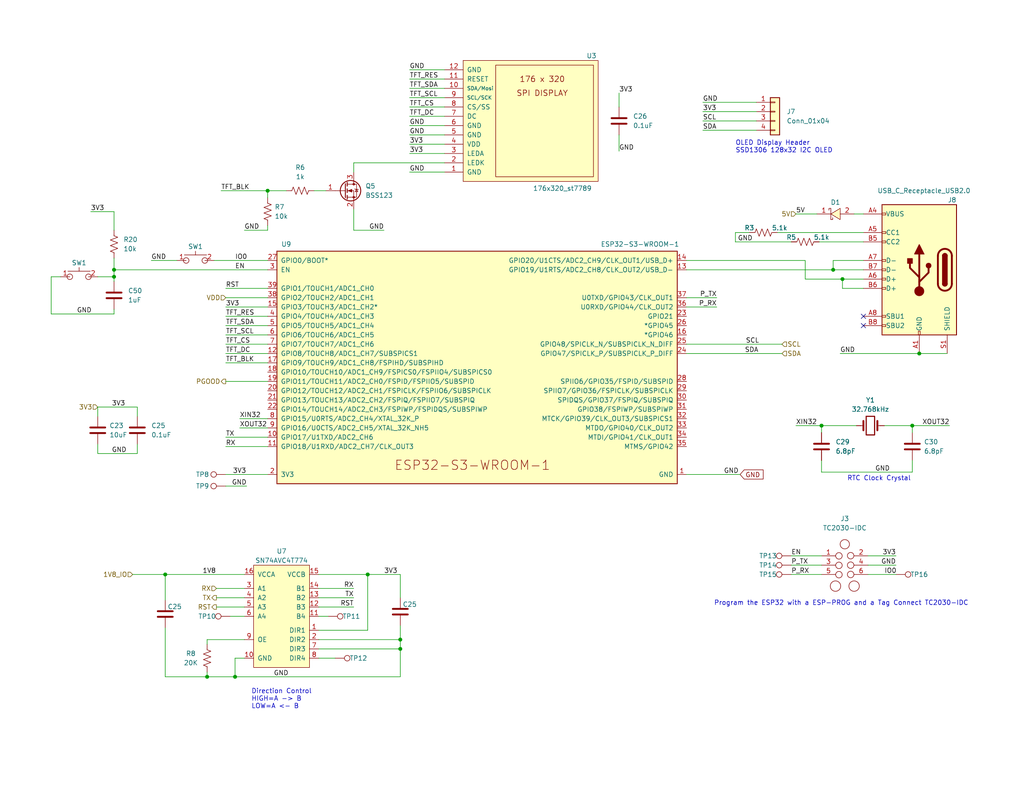
<source format=kicad_sch>
(kicad_sch (version 20230121) (generator eeschema)
  (paper "A")
  (title_block (title "bitaxeUltraHex") (date "2023-06-11") (rev "1"))
  (lib_symbols
    (symbol "Connector:TestPoint" (pin_numbers hide) (pin_names (offset 0.762) hide)
      (property "Reference" "TP" (at 0 6.858 0))
      (property "Value" "TestPoint" (at 0 5.08 0))
      (symbol "TestPoint_0_1"
        (circle (center 0 3.302) (radius 0.762))
      )
      (symbol "TestPoint_1_1"
        (pin passive line (at 0 0 90) (length 2.54) (name "1") (number "1"))
      )
    )
    (symbol "Connector:USB_C_Receptacle_USB2.0" (pin_names (offset 1.016))
      (property "Reference" "J" (at -10.16 19.05 0))
      (property "Value" "USB_C_Receptacle_USB2.0" (at 19.05 19.05 0))
      (symbol "USB_C_Receptacle_USB2.0_0_0"
        (rectangle (start -0.254 -17.78) (end 0.254 -16.764))
        (rectangle (start 10.16 -14.986) (end 9.144 -15.494))
        (rectangle (start 10.16 -12.446) (end 9.144 -12.954))
        (rectangle (start 10.16 -4.826) (end 9.144 -5.334))
        (rectangle (start 10.16 -2.286) (end 9.144 -2.794))
        (rectangle (start 10.16 0.254) (end 9.144 -0.254))
        (rectangle (start 10.16 2.794) (end 9.144 2.286))
        (rectangle (start 10.16 7.874) (end 9.144 7.366))
        (rectangle (start 10.16 10.414) (end 9.144 9.906))
        (rectangle (start 10.16 15.494) (end 9.144 14.986))
      )
      (symbol "USB_C_Receptacle_USB2.0_0_1"
        (rectangle (start -10.16 17.78) (end 10.16 -17.78) (stroke (width 0.254)) (fill (type background)))
        (arc (start -8.89 -3.81) (mid -6.985 -5.7067) (end -5.08 -3.81) (stroke (width 0.508)))
        (arc (start -7.62 -3.81) (mid -6.985 -4.4423) (end -6.35 -3.81) (stroke (width 0.254)))
        (arc (start -7.62 -3.81) (mid -6.985 -4.4423) (end -6.35 -3.81) (stroke (width 0.254)) (fill (type outline)))
        (rectangle (start -7.62 -3.81) (end -6.35 3.81) (stroke (width 0.254)) (fill (type outline)))
        (arc (start -6.35 3.81) (mid -6.985 4.4423) (end -7.62 3.81) (stroke (width 0.254)))
        (arc (start -6.35 3.81) (mid -6.985 4.4423) (end -7.62 3.81) (stroke (width 0.254)) (fill (type outline)))
        (arc (start -5.08 3.81) (mid -6.985 5.7067) (end -8.89 3.81) (stroke (width 0.508)))
        (circle (center -2.54 1.143) (radius 0.635) (stroke (width 0.254)) (fill (type outline)))
        (circle (center 0 -5.842) (radius 1.27) (fill (type outline)))
        (polyline (pts (xy -8.89 -3.81) (xy -8.89 3.81)) (stroke (width 0.508)))
        (polyline (pts (xy -5.08 3.81) (xy -5.08 -3.81)) (stroke (width 0.508)))
        (polyline (pts (xy 0 -5.842) (xy 0 4.318)) (stroke (width 0.508)))
        (polyline (pts (xy 0 -3.302) (xy -2.54 -0.762) (xy -2.54 0.508)) (stroke (width 0.508)))
        (polyline (pts (xy 0 -2.032) (xy 2.54 0.508) (xy 2.54 1.778)) (stroke (width 0.508)))
        (polyline (pts (xy -1.27 4.318) (xy 0 6.858) (xy 1.27 4.318) (xy -1.27 4.318)) (stroke (width 0.254)) (fill (type outline)))
        (rectangle (start 1.905 1.778) (end 3.175 3.048) (stroke (width 0.254)) (fill (type outline)))
      )
      (symbol "USB_C_Receptacle_USB2.0_1_1"
        (pin passive line (at 0 -22.86 90) (length 5.08) (name "GND") (number "A1"))
        (pin passive line (at 0 -22.86 90) (length 5.08) hide (name "GND") (number "A12"))
        (pin passive line (at 15.24 15.24 180) (length 5.08) (name "VBUS") (number "A4"))
        (pin bidirectional line (at 15.24 10.16 180) (length 5.08) (name "CC1") (number "A5"))
        (pin bidirectional line (at 15.24 -2.54 180) (length 5.08) (name "D+") (number "A6"))
        (pin bidirectional line (at 15.24 2.54 180) (length 5.08) (name "D-") (number "A7"))
        (pin bidirectional line (at 15.24 -12.7 180) (length 5.08) (name "SBU1") (number "A8"))
        (pin passive line (at 15.24 15.24 180) (length 5.08) hide (name "VBUS") (number "A9"))
        (pin passive line (at 0 -22.86 90) (length 5.08) hide (name "GND") (number "B1"))
        (pin passive line (at 0 -22.86 90) (length 5.08) hide (name "GND") (number "B12"))
        (pin passive line (at 15.24 15.24 180) (length 5.08) hide (name "VBUS") (number "B4"))
        (pin bidirectional line (at 15.24 7.62 180) (length 5.08) (name "CC2") (number "B5"))
        (pin bidirectional line (at 15.24 -5.08 180) (length 5.08) (name "D+") (number "B6"))
        (pin bidirectional line (at 15.24 0 180) (length 5.08) (name "D-") (number "B7"))
        (pin bidirectional line (at 15.24 -15.24 180) (length 5.08) (name "SBU2") (number "B8"))
        (pin passive line (at 15.24 15.24 180) (length 5.08) hide (name "VBUS") (number "B9"))
        (pin passive line (at -7.62 -22.86 90) (length 5.08) (name "SHIELD") (number "S1"))
      )
    )
    (symbol "Connector_Generic:Conn_01x04" (pin_names (offset 1.016) hide)
      (property "Reference" "J" (at 0 5.08 0))
      (property "Value" "Conn_01x04" (at 0 -7.62 0))
      (symbol "Conn_01x04_1_1"
        (rectangle (start -1.27 -4.953) (end 0 -5.207) (stroke (width 0.1524)))
        (rectangle (start -1.27 -2.413) (end 0 -2.667) (stroke (width 0.1524)))
        (rectangle (start -1.27 0.127) (end 0 -0.127) (stroke (width 0.1524)))
        (rectangle (start -1.27 2.667) (end 0 2.413) (stroke (width 0.1524)))
        (rectangle (start -1.27 3.81) (end 1.27 -6.35) (stroke (width 0.254)) (fill (type background)))
        (pin passive line (at -5.08 2.54 0) (length 3.81) (name "Pin_1") (number "1"))
        (pin passive line (at -5.08 0 0) (length 3.81) (name "Pin_2") (number "2"))
        (pin passive line (at -5.08 -2.54 0) (length 3.81) (name "Pin_3") (number "3"))
        (pin passive line (at -5.08 -5.08 0) (length 3.81) (name "Pin_4") (number "4"))
      )
    )
    (symbol "Device:C" (pin_numbers hide) (pin_names (offset 0.254))
      (property "Reference" "C" (at 0.635 2.54 0))
      (property "Value" "C" (at 0.635 -2.54 0))
      (symbol "C_0_1"
        (polyline (pts (xy -2.032 -0.762) (xy 2.032 -0.762)) (stroke (width 0.508)))
        (polyline (pts (xy -2.032 0.762) (xy 2.032 0.762)) (stroke (width 0.508)))
      )
      (symbol "C_1_1"
        (pin passive line (at 0 3.81 270) (length 2.794) (name "~") (number "1"))
        (pin passive line (at 0 -3.81 90) (length 2.794) (name "~") (number "2"))
      )
    )
    (symbol "Device:Crystal" (pin_numbers hide) (pin_names (offset 1.016) hide)
      (property "Reference" "Y" (at 0 3.81 0))
      (property "Value" "Crystal" (at 0 -3.81 0))
      (symbol "Crystal_0_1"
        (rectangle (start -1.143 2.54) (end 1.143 -2.54) (stroke (width 0.3048)))
        (polyline (pts (xy -2.54 0) (xy -1.905 0)))
        (polyline (pts (xy -1.905 -1.27) (xy -1.905 1.27)) (stroke (width 0.508)))
        (polyline (pts (xy 1.905 -1.27) (xy 1.905 1.27)) (stroke (width 0.508)))
        (polyline (pts (xy 2.54 0) (xy 1.905 0)))
      )
      (symbol "Crystal_1_1"
        (pin passive line (at -3.81 0 0) (length 1.27) (name "1") (number "1"))
        (pin passive line (at 3.81 0 180) (length 1.27) (name "2") (number "2"))
      )
    )
    (symbol "Device:Q_NMOS_GSD" (pin_names (offset 0) hide)
      (property "Reference" "Q" (at 5.08 1.27 0))
      (property "Value" "Q_NMOS_GSD" (at 5.08 -1.27 0))
      (symbol "Q_NMOS_GSD_0_1"
        (polyline (pts (xy 0.254 0) (xy -2.54 0)))
        (polyline (pts (xy 0.254 1.905) (xy 0.254 -1.905)) (stroke (width 0.254)))
        (polyline (pts (xy 0.762 -1.27) (xy 0.762 -2.286)) (stroke (width 0.254)))
        (polyline (pts (xy 0.762 0.508) (xy 0.762 -0.508)) (stroke (width 0.254)))
        (polyline (pts (xy 0.762 2.286) (xy 0.762 1.27)) (stroke (width 0.254)))
        (polyline (pts (xy 2.54 2.54) (xy 2.54 1.778)))
        (polyline (pts (xy 2.54 -2.54) (xy 2.54 0) (xy 0.762 0)))
        (polyline (pts (xy 0.762 -1.778) (xy 3.302 -1.778) (xy 3.302 1.778) (xy 0.762 1.778)))
        (polyline (pts (xy 1.016 0) (xy 2.032 0.381) (xy 2.032 -0.381) (xy 1.016 0)) (fill (type outline)))
        (polyline (pts (xy 2.794 0.508) (xy 2.921 0.381) (xy 3.683 0.381) (xy 3.81 0.254)))
        (polyline (pts (xy 3.302 0.381) (xy 2.921 -0.254) (xy 3.683 -0.254) (xy 3.302 0.381)))
        (circle (center 1.651 0) (radius 2.794) (stroke (width 0.254)))
        (circle (center 2.54 -1.778) (radius 0.254) (fill (type outline)))
        (circle (center 2.54 1.778) (radius 0.254) (fill (type outline)))
      )
      (symbol "Q_NMOS_GSD_1_1"
        (pin input line (at -5.08 0 0) (length 2.54) (name "G") (number "1"))
        (pin passive line (at 2.54 -5.08 90) (length 2.54) (name "S") (number "2"))
        (pin passive line (at 2.54 5.08 270) (length 2.54) (name "D") (number "3"))
      )
    )
    (symbol "Device:R_US" (pin_numbers hide) (pin_names (offset 0))
      (property "Reference" "R" (at 2.54 0 90))
      (property "Value" "R_US" (at -2.54 0 90))
      (symbol "R_US_0_1"
        (polyline (pts (xy 0 -2.286) (xy 0 -2.54)))
        (polyline (pts (xy 0 2.286) (xy 0 2.54)))
        (polyline (pts (xy 0 -0.762) (xy 1.016 -1.143) (xy 0 -1.524) (xy -1.016 -1.905) (xy 0 -2.286)))
        (polyline (pts (xy 0 0.762) (xy 1.016 0.381) (xy 0 0) (xy -1.016 -0.381) (xy 0 -0.762)))
        (polyline (pts (xy 0 2.286) (xy 1.016 1.905) (xy 0 1.524) (xy -1.016 1.143) (xy 0 0.762)))
      )
      (symbol "R_US_1_1"
        (pin passive line (at 0 3.81 270) (length 1.27) (name "~") (number "1"))
        (pin passive line (at 0 -3.81 90) (length 1.27) (name "~") (number "2"))
      )
    )
    (symbol "bitaxe:176x320_st7789" (pin_names (offset 1.016))
      (property "Reference" "U1" (at 38.1 17.78 0))
      (property "Value" "176x320_st7789" (at 38.1 13.97 0))
      (symbol "176x320_st7789_0_0"
        (text "176 x 320" (at 21.59 27.94 0) (effects (font (size 1.524 1.524))))
        (text "SPI DISPLAY" (at 21.59 24.13 0) (effects (font (size 1.524 1.524))))
      )
      (symbol "176x320_st7789_0_1"
        (rectangle (start 8.89 31.75) (end 35.56 1.27))
      )
      (symbol "176x320_st7789_1_1"
        (rectangle (start 0 33.02) (end 36.83 0) (fill (type background)))
        (pin power_in line (at -5.08 2.54 0) (length 5.08) (name "GND") (number "1"))
        (pin bidirectional line (at -5.08 25.4 0) (length 5.08) (name "SDA/Mosi") (number "10"))
        (pin bidirectional line (at -5.08 27.94 0) (length 5.08) (name "RESET") (number "11"))
        (pin power_in line (at -5.08 30.48 0) (length 5.08) (name "GND") (number "12"))
        (pin power_in line (at -5.08 5.08 0) (length 5.08) (name "LEDK") (number "2"))
        (pin power_in line (at -5.08 7.62 0) (length 5.08) (name "LEDA") (number "3"))
        (pin power_in line (at -5.08 10.16 0) (length 5.08) (name "VDD") (number "4"))
        (pin power_in line (at -5.08 12.7 0) (length 5.08) (name "GND") (number "5"))
        (pin power_in line (at -5.08 15.24 0) (length 5.08) (name "GND") (number "6"))
        (pin bidirectional line (at -5.08 17.78 0) (length 5.08) (name "DC") (number "7"))
        (pin bidirectional line (at -5.08 20.32 0) (length 5.08) (name "CS/SS") (number "8"))
        (pin bidirectional line (at -5.08 22.86 0) (length 5.08) (name "SCL/SCK") (number "9"))
      )
    )
    (symbol "bitaxe:ESP32-S3-WROOM-1" (pin_names (offset 1.016))
      (property "Reference" "U12" (at -50.8 34.925 0))
      (property "Value" "ESP32-S3-WROOM-1" (at 45.72 34.925 0))
      (symbol "ESP32-S3-WROOM-1_0_0"
        (rectangle (start -53.34 33.02) (end 55.88 -30.48) (stroke (width 0.254)) (fill (type background)))
        (text "ESP32-S3-WROOM-1" (at 0 -25.4 0) (effects (font (size 2.54 2.54))))
        (pin power_in line (at 58.42 -27.94 180) (length 2.54) (name "GND") (number "1"))
        (pin bidirectional line (at -55.88 -17.78 0) (length 2.54) (name "GPIO17/U1TXD/ADC2_CH6") (number "10"))
        (pin bidirectional line (at -55.88 -20.32 0) (length 2.54) (name "GPIO18/U1RXD/ADC2_CH7/CLK_OUT3") (number "11"))
        (pin bidirectional line (at -55.88 5.08 0) (length 2.54) (name "GPIO8/TOUCH8/ADC1_CH7/SUBSPICS1") (number "12"))
        (pin bidirectional line (at 58.42 27.94 180) (length 2.54) (name "GPIO19/U1RTS/ADC2_CH8/CLK_OUT2/USB_D-") (number "13"))
        (pin bidirectional line (at 58.42 30.48 180) (length 2.54) (name "GPIO20/U1CTS/ADC2_CH9/CLK_OUT1/USB_D+") (number "14"))
        (pin bidirectional line (at -55.88 17.78 0) (length 2.54) (name "GPIO3/TOUCH3/ADC1_CH2*") (number "15"))
        (pin bidirectional line (at 58.42 10.16 180) (length 2.54) (name "*GPIO46") (number "16"))
        (pin bidirectional line (at -55.88 2.54 0) (length 2.54) (name "GPIO9/TOUCH9/ADC1_CH8/FSPIHD/SUBSPIHD") (number "17"))
        (pin bidirectional line (at -55.88 0 0) (length 2.54) (name "GPIO10/TOUCH10/ADC1_CH9/FSPICS0/FSPIIO4/SUBSPICS0") (number "18"))
        (pin bidirectional line (at -55.88 -2.54 0) (length 2.54) (name "GPIO11/TOUCH11/ADC2_CH0/FSPID/FSPIIO5/SUBSPID") (number "19"))
        (pin power_in line (at -55.88 -27.94 0) (length 2.54) (name "3V3") (number "2"))
        (pin bidirectional line (at -55.88 -5.08 0) (length 2.54) (name "GPIO12/TOUCH12/ADC2_CH1/FSPICLK/FSPIIO6/SUBSPICLK") (number "20"))
        (pin bidirectional line (at -55.88 -7.62 0) (length 2.54) (name "GPIO13/TOUCH13/ADC2_CH2/FSPIQ/FSPIIO7/SUBSPIQ") (number "21"))
        (pin bidirectional line (at -55.88 -10.16 0) (length 2.54) (name "GPIO14/TOUCH14/ADC2_CH3/FSPIWP/FSPIDQS/SUBSPIWP") (number "22"))
        (pin bidirectional line (at 58.42 15.24 180) (length 2.54) (name "GPIO21") (number "23"))
        (pin bidirectional line (at 58.42 5.08 180) (length 2.54) (name "GPIO47/SPICLK_P/SUBSPICLK_P_DIFF") (number "24"))
        (pin bidirectional line (at 58.42 7.62 180) (length 2.54) (name "GPIO48/SPICLK_N/SUBSPICLK_N_DIFF") (number "25"))
        (pin bidirectional line (at 58.42 12.7 180) (length 2.54) (name "*GPIO45") (number "26"))
        (pin bidirectional line (at -55.88 30.48 0) (length 2.54) (name "GPIO0/BOOT*") (number "27"))
        (pin bidirectional line (at 58.42 -2.54 180) (length 2.54) (name "SPIIO6/GPIO35/FSPID/SUBSPID") (number "28"))
        (pin bidirectional line (at 58.42 -5.08 180) (length 2.54) (name "SPIIO7/GPIO36/FSPICLK/SUBSPICLK") (number "29"))
        (pin input line (at -55.88 27.94 0) (length 2.54) (name "EN") (number "3"))
        (pin bidirectional line (at 58.42 -7.62 180) (length 2.54) (name "SPIDQS/GPIO37/FSPIQ/SUBSPIQ") (number "30"))
        (pin bidirectional line (at 58.42 -10.16 180) (length 2.54) (name "GPIO38/FSPIWP/SUBSPIWP") (number "31"))
        (pin bidirectional line (at 58.42 -12.7 180) (length 2.54) (name "MTCK/GPIO39/CLK_OUT3/SUBSPICS1") (number "32"))
        (pin bidirectional line (at 58.42 -15.24 180) (length 2.54) (name "MTDO/GPIO40/CLK_OUT2") (number "33"))
        (pin bidirectional line (at 58.42 -17.78 180) (length 2.54) (name "MTDI/GPIO41/CLK_OUT1") (number "34"))
        (pin bidirectional line (at 58.42 -20.32 180) (length 2.54) (name "MTMS/GPIO42") (number "35"))
        (pin bidirectional line (at 58.42 17.78 180) (length 2.54) (name "U0RXD/GPIO44/CLK_OUT2") (number "36"))
        (pin bidirectional line (at 58.42 20.32 180) (length 2.54) (name "U0TXD/GPIO43/CLK_OUT1") (number "37"))
        (pin bidirectional line (at -55.88 20.32 0) (length 2.54) (name "GPIO2/TOUCH2/ADC1_CH1") (number "38"))
        (pin bidirectional line (at -55.88 22.86 0) (length 2.54) (name "GPIO1/TOUCH1/ADC1_CH0") (number "39"))
        (pin bidirectional line (at -55.88 15.24 0) (length 2.54) (name "GPIO4/TOUCH4/ADC1_CH3") (number "4"))
        (pin passive line (at 58.42 -27.94 180) (length 2.54) hide (name "GND") (number "40"))
        (pin passive line (at 58.42 -27.94 180) (length 2.54) hide (name "GND") (number "41"))
        (pin bidirectional line (at -55.88 12.7 0) (length 2.54) (name "GPIO5/TOUCH5/ADC1_CH4") (number "5"))
        (pin bidirectional line (at -55.88 10.16 0) (length 2.54) (name "GPIO6/TOUCH6/ADC1_CH5") (number "6"))
        (pin bidirectional line (at -55.88 7.62 0) (length 2.54) (name "GPIO7/TOUCH7/ADC1_CH6") (number "7"))
        (pin bidirectional line (at -55.88 -12.7 0) (length 2.54) (name "GPIO15/U0RTS/ADC2_CH4/XTAL_32K_P") (number "8"))
        (pin bidirectional line (at -55.88 -15.24 0) (length 2.54) (name "GPIO16/U0CTS/ADC2_CH5/XTAL_32K_NH5") (number "9"))
      )
    )
    (symbol "bitaxe:SN74AVC4T774" (pin_names (offset 1.016))
      (property "Reference" "U" (at -6.35 12.7 0))
      (property "Value" "SN74AVC4T774" (at -7.62 -19.05 0))
      (symbol "SN74AVC4T774_0_0"
        (rectangle (start -7.62 11.43) (end 7.62 -16.51) (stroke (width 0.1524)) (fill (type background)))
      )
      (symbol "SN74AVC4T774_1_0"
        (pin input line (at 10.16 -6.35 180) (length 2.54) (name "DIR1") (number "1"))
        (pin power_in line (at -10.16 -13.97 0) (length 2.54) (name "GND") (number "10"))
        (pin bidirectional line (at 10.16 -2.54 180) (length 2.54) (name "B4") (number "11"))
        (pin bidirectional line (at 10.16 0 180) (length 2.54) (name "B3") (number "12"))
        (pin bidirectional line (at 10.16 2.54 180) (length 2.54) (name "B2") (number "13"))
        (pin bidirectional line (at 10.16 5.08 180) (length 2.54) (name "B1") (number "14"))
        (pin power_in line (at 10.16 8.89 180) (length 2.54) (name "VCCB") (number "15"))
        (pin power_in line (at -10.16 8.89 0) (length 2.54) (name "VCCA") (number "16"))
        (pin input line (at 10.16 -8.89 180) (length 2.54) (name "DIR2") (number "2"))
        (pin bidirectional line (at -10.16 5.08 0) (length 2.54) (name "A1") (number "3"))
        (pin bidirectional line (at -10.16 2.54 0) (length 2.54) (name "A2") (number "4"))
        (pin bidirectional line (at -10.16 0 0) (length 2.54) (name "A3") (number "5"))
        (pin bidirectional line (at -10.16 -2.54 0) (length 2.54) (name "A4") (number "6"))
        (pin input line (at 10.16 -11.43 180) (length 2.54) (name "DIR3") (number "7"))
        (pin input line (at 10.16 -13.97 180) (length 2.54) (name "DIR4") (number "8"))
        (pin input line (at -10.16 -8.89 0) (length 2.54) (name "OE") (number "9"))
      )
    )
    (symbol "bitaxe:TC2030-IDC-NL" (pin_names (offset 1.016) hide)
      (property "Reference" "J5" (at 0 12.7 0))
      (property "Value" "TC2030-IDC" (at 0 10.16 0))
      (symbol "TC2030-IDC-NL_0_1"
        (circle (center -2.54 -5.715) (radius 1.4224))
        (circle (center -1.6002 2.54) (radius 0.889))
        (circle (center 0 5.715) (radius 1.27))
      )
      (symbol "TC2030-IDC-NL_1_1"
        (circle (center -1.6002 -2.5908) (radius 0.889))
        (circle (center -1.6002 -0.0508) (radius 0.889))
        (circle (center 1.6002 -2.54) (radius 0.889))
        (circle (center 1.6002 0) (radius 0.889))
        (circle (center 1.6002 2.5908) (radius 0.889))
        (circle (center 2.54 -5.715) (radius 1.4224))
        (pin passive line (at -6.35 2.54 0) (length 3.81) (name "Pin_1") (number "1"))
        (pin passive line (at 6.35 2.54 180) (length 3.81) (name "Pin_2") (number "2"))
        (pin passive line (at -6.35 0 0) (length 3.81) (name "Pin_3") (number "3"))
        (pin passive line (at 6.35 0 180) (length 3.81) (name "Pin_4") (number "4"))
        (pin passive line (at -6.35 -2.54 0) (length 3.81) (name "Pin_5") (number "5"))
        (pin passive line (at 6.35 -2.54 180) (length 3.81) (name "Pin_6") (number "6"))
      )
    )
    (symbol "lcsc:GT-TC029B-H025-L1N"
      (property "Reference" "SW" (at 0 5.08 0))
      (property "Value" "GT-TC029B-H025-L1N" (at 0 -5.08 0))
      (symbol "GT-TC029B-H025-L1N_0_1"
        (circle (center -2.54 0) (radius 0.76))
        (polyline (pts (xy -3.05 1.52) (xy 3.05 1.52)))
        (polyline (pts (xy 0 1.52) (xy 0 2.54)))
        (circle (center 2.54 0) (radius 0.76))
        (pin unspecified line (at -5.08 0 0) (length 2.54) (name "~") (number "1"))
        (pin unspecified line (at 5.08 0 180) (length 2.54) (name "~") (number "2"))
      )
    )
    (symbol "lcsc:SS310_C85658"
      (property "Reference" "D" (at 0 5.08 0))
      (property "Value" "SS310_C85658" (at 0 -5.08 0))
      (symbol "SS310_C85658_0_1"
        (polyline (pts (xy -1.27 -1.52) (xy -1.27 1.52)))
        (polyline (pts (xy -1.27 -1.52) (xy -0.76 -1.52) (xy -0.76 -1.02)))
        (polyline (pts (xy -1.27 1.52) (xy -1.78 1.52) (xy -1.78 1.02)))
        (polyline (pts (xy 1.27 1.52) (xy -1.27 0) (xy 1.27 -1.52) (xy 1.27 1.52)) (fill (type background)))
        (pin unspecified line (at -5.08 0 0) (length 3.81) (name "~") (number "1"))
        (pin unspecified line (at 5.08 0 180) (length 3.81) (name "~") (number "2"))
      )
    )
  )
  (junction (at 224.155 116.205))
  (junction (at 109.22 177.165))
  (junction (at 100.33 156.845))
  (junction (at 56.515 184.785))
  (junction (at 109.22 174.625))
  (junction (at 250.825 96.52))
  (junction (at 248.92 116.205))
  (junction (at 73.025 52.07))
  (junction (at 64.135 184.785))
  (junction (at 45.085 156.845))
  (junction (at 229.87 76.2))
  (junction (at 31.115 73.66))
  (junction (at 31.115 75.565))
  (junction (at 227.33 73.66))
  (no_connect (at 235.585 86.36))
  (no_connect (at 235.585 88.9))
  (wire (pts (xy 168.91 25.4) (xy 168.91 29.21)))
  (wire (pts (xy 85.725 52.07) (xy 88.9 52.07)))
  (wire (pts (xy 100.33 156.845) (xy 109.22 156.845)))
  (wire (pts (xy 58.42 71.12) (xy 73.025 71.12)))
  (wire (pts (xy 111.76 34.29) (xy 121.285 34.29)))
  (wire (pts (xy 41.275 71.12) (xy 48.26 71.12)))
  (wire (pts (xy 26.67 111.125) (xy 26.67 113.665)))
  (wire (pts (xy 187.325 93.98) (xy 213.36 93.98)))
  (wire (pts (xy 31.115 84.455) (xy 31.115 85.725)))
  (wire (pts (xy 64.135 184.785) (xy 109.22 184.785)))
  (wire (pts (xy 86.995 156.845) (xy 100.33 156.845)))
  (wire (pts (xy 66.675 174.625) (xy 56.515 174.625)))
  (wire (pts (xy 61.595 88.9) (xy 73.025 88.9)))
  (wire (pts (xy 111.76 24.13) (xy 121.285 24.13)))
  (wire (pts (xy 109.22 177.165) (xy 109.22 184.785)))
  (wire (pts (xy 73.025 52.07) (xy 73.025 53.975)))
  (wire (pts (xy 66.675 179.705) (xy 64.135 179.705)))
  (wire (pts (xy 13.97 85.725) (xy 31.115 85.725)))
  (wire (pts (xy 61.595 99.06) (xy 73.025 99.06)))
  (wire (pts (xy 24.765 57.785) (xy 31.115 57.785)))
  (wire (pts (xy 241.3 116.205) (xy 248.92 116.205)))
  (wire (pts (xy 236.855 154.305) (xy 244.475 154.305)))
  (wire (pts (xy 59.055 160.655) (xy 66.675 160.655)))
  (wire (pts (xy 217.17 58.42) (xy 222.885 58.42)))
  (wire (pts (xy 37.465 123.825) (xy 26.67 123.825)))
  (wire (pts (xy 187.325 73.66) (xy 227.33 73.66)))
  (wire (pts (xy 224.155 128.905) (xy 224.155 125.73)))
  (wire (pts (xy 60.325 52.07) (xy 73.025 52.07)))
  (wire (pts (xy 229.87 78.74) (xy 235.585 78.74)))
  (wire (pts (xy 250.825 96.52) (xy 258.445 96.52)))
  (wire (pts (xy 236.855 151.765) (xy 244.475 151.765)))
  (wire (pts (xy 73.025 61.595) (xy 73.025 62.865)))
  (wire (pts (xy 66.675 62.865) (xy 73.025 62.865)))
  (wire (pts (xy 86.995 160.655) (xy 96.52 160.655)))
  (wire (pts (xy 31.115 75.565) (xy 31.115 76.835)))
  (wire (pts (xy 37.465 121.285) (xy 37.465 123.825)))
  (wire (pts (xy 227.33 73.66) (xy 235.585 73.66)))
  (wire (pts (xy 111.76 19.05) (xy 121.285 19.05)))
  (wire (pts (xy 200.66 63.5) (xy 204.47 63.5)))
  (wire (pts (xy 229.235 96.52) (xy 250.825 96.52)))
  (wire (pts (xy 229.87 76.2) (xy 229.87 78.74)))
  (wire (pts (xy 96.52 44.45) (xy 121.285 44.45)))
  (wire (pts (xy 86.995 174.625) (xy 109.22 174.625)))
  (wire (pts (xy 219.71 76.2) (xy 229.87 76.2)))
  (wire (pts (xy 187.325 81.28) (xy 195.58 81.28)))
  (wire (pts (xy 233.045 58.42) (xy 235.585 58.42)))
  (wire (pts (xy 248.92 116.205) (xy 259.08 116.205)))
  (wire (pts (xy 65.405 114.3) (xy 73.025 114.3)))
  (wire (pts (xy 86.995 165.735) (xy 96.52 165.735)))
  (wire (pts (xy 62.865 168.275) (xy 66.675 168.275)))
  (wire (pts (xy 217.17 116.205) (xy 224.155 116.205)))
  (wire (pts (xy 31.115 73.66) (xy 73.025 73.66)))
  (wire (pts (xy 109.22 174.625) (xy 109.22 177.165)))
  (wire (pts (xy 224.155 128.905) (xy 248.92 128.905)))
  (wire (pts (xy 224.155 116.205) (xy 224.155 118.11)))
  (wire (pts (xy 111.76 29.21) (xy 121.285 29.21)))
  (wire (pts (xy 45.085 184.785) (xy 56.515 184.785)))
  (wire (pts (xy 236.855 156.845) (xy 244.475 156.845)))
  (wire (pts (xy 191.77 33.02) (xy 206.375 33.02)))
  (wire (pts (xy 56.515 174.625) (xy 56.515 175.895)))
  (wire (pts (xy 200.66 66.04) (xy 200.66 63.5)))
  (wire (pts (xy 65.405 116.84) (xy 73.025 116.84)))
  (wire (pts (xy 13.97 75.565) (xy 13.97 85.725)))
  (wire (pts (xy 45.085 156.845) (xy 45.085 163.83)))
  (wire (pts (xy 187.325 83.82) (xy 195.58 83.82)))
  (wire (pts (xy 59.055 163.195) (xy 66.675 163.195)))
  (wire (pts (xy 26.67 75.565) (xy 31.115 75.565)))
  (wire (pts (xy 86.995 179.705) (xy 91.44 179.705)))
  (wire (pts (xy 224.155 116.205) (xy 233.68 116.205)))
  (wire (pts (xy 215.9 156.845) (xy 224.155 156.845)))
  (wire (pts (xy 86.995 168.275) (xy 89.535 168.275)))
  (wire (pts (xy 187.325 96.52) (xy 213.36 96.52)))
  (wire (pts (xy 191.77 35.56) (xy 206.375 35.56)))
  (wire (pts (xy 61.595 132.715) (xy 67.31 132.715)))
  (wire (pts (xy 96.52 57.15) (xy 96.52 62.865)))
  (wire (pts (xy 56.515 184.785) (xy 56.515 183.515)))
  (wire (pts (xy 111.76 31.75) (xy 121.285 31.75)))
  (wire (pts (xy 61.595 78.74) (xy 73.025 78.74)))
  (wire (pts (xy 36.195 156.845) (xy 45.085 156.845)))
  (wire (pts (xy 227.33 71.12) (xy 227.33 73.66)))
  (wire (pts (xy 111.76 26.67) (xy 121.285 26.67)))
  (wire (pts (xy 31.115 57.785) (xy 31.115 62.865)))
  (wire (pts (xy 111.76 21.59) (xy 121.285 21.59)))
  (wire (pts (xy 187.325 129.54) (xy 201.93 129.54)))
  (wire (pts (xy 219.71 76.2) (xy 219.71 71.12)))
  (wire (pts (xy 229.87 76.2) (xy 235.585 76.2)))
  (wire (pts (xy 215.9 154.305) (xy 224.155 154.305)))
  (wire (pts (xy 61.595 83.82) (xy 73.025 83.82)))
  (wire (pts (xy 26.67 123.825) (xy 26.67 121.285)))
  (wire (pts (xy 16.51 75.565) (xy 13.97 75.565)))
  (wire (pts (xy 31.115 70.485) (xy 31.115 73.66)))
  (wire (pts (xy 168.91 36.83) (xy 168.91 41.275)))
  (wire (pts (xy 86.995 163.195) (xy 96.52 163.195)))
  (wire (pts (xy 109.22 170.815) (xy 109.22 174.625)))
  (wire (pts (xy 61.595 86.36) (xy 73.025 86.36)))
  (wire (pts (xy 96.52 62.865) (xy 104.775 62.865)))
  (wire (pts (xy 248.92 116.205) (xy 248.92 118.11)))
  (wire (pts (xy 61.595 121.92) (xy 73.025 121.92)))
  (wire (pts (xy 31.115 73.66) (xy 31.115 75.565)))
  (wire (pts (xy 215.9 151.765) (xy 224.155 151.765)))
  (wire (pts (xy 111.76 36.83) (xy 121.285 36.83)))
  (wire (pts (xy 215.9 66.04) (xy 200.66 66.04)))
  (wire (pts (xy 61.595 91.44) (xy 73.025 91.44)))
  (wire (pts (xy 61.595 93.98) (xy 73.025 93.98)))
  (wire (pts (xy 45.085 171.45) (xy 45.085 184.785)))
  (wire (pts (xy 61.595 104.14) (xy 73.025 104.14)))
  (wire (pts (xy 212.09 63.5) (xy 235.585 63.5)))
  (wire (pts (xy 59.055 165.735) (xy 66.675 165.735)))
  (wire (pts (xy 86.995 177.165) (xy 109.22 177.165)))
  (wire (pts (xy 109.22 156.845) (xy 109.22 163.195)))
  (wire (pts (xy 64.135 184.785) (xy 56.515 184.785)))
  (wire (pts (xy 61.595 119.38) (xy 73.025 119.38)))
  (wire (pts (xy 100.33 172.085) (xy 100.33 156.845)))
  (wire (pts (xy 61.595 129.54) (xy 73.025 129.54)))
  (wire (pts (xy 248.92 125.73) (xy 248.92 128.905)))
  (wire (pts (xy 187.325 71.12) (xy 219.71 71.12)))
  (wire (pts (xy 96.52 46.99) (xy 96.52 44.45)))
  (wire (pts (xy 111.76 46.99) (xy 121.285 46.99)))
  (wire (pts (xy 37.465 111.125) (xy 26.67 111.125)))
  (wire (pts (xy 73.025 52.07) (xy 78.105 52.07)))
  (wire (pts (xy 61.595 81.28) (xy 73.025 81.28)))
  (wire (pts (xy 223.52 66.04) (xy 235.585 66.04)))
  (wire (pts (xy 191.77 30.48) (xy 206.375 30.48)))
  (wire (pts (xy 111.76 39.37) (xy 121.285 39.37)))
  (wire (pts (xy 37.465 113.665) (xy 37.465 111.125)))
  (wire (pts (xy 61.595 96.52) (xy 73.025 96.52)))
  (wire (pts (xy 235.585 71.12) (xy 227.33 71.12)))
  (wire (pts (xy 45.085 156.845) (xy 66.675 156.845)))
  (wire (pts (xy 111.76 41.91) (xy 121.285 41.91)))
  (wire (pts (xy 64.135 179.705) (xy 64.135 184.785)))
  (wire (pts (xy 86.995 172.085) (xy 100.33 172.085)))
  (wire (pts (xy 191.77 27.94) (xy 206.375 27.94)))
  (text "OLED Display Header\nSSD1306 128x32 I2C OLED" (at 200.66 41.91 0) (effects (font (size 1.27 1.27)) (justify left bottom)))
  (text "RTC Clock Crystal" (at 231.14 131.445 0) (effects (font (size 1.27 1.27)) (justify left bottom)))
  (text "Program the ESP32 with a ESP-PROG and a Tag Connect TC2030-IDC" (at 194.818 165.481 0) (effects (font (size 1.27 1.27)) (justify left bottom)))
  (text "Direction Control\nHIGH=A -> B\nLOW=A <- B" (at 68.58 193.675 0) (effects (font (size 1.27 1.27)) (justify left bottom)))
  (label "TFT_RES" (at 61.595 86.36 0))
  (label "EN" (at 64.135 73.66 0))
  (label "TFT_SDA" (at 61.595 88.9 0))
  (label "P_RX" (at 215.9 156.845 0))
  (label "GND" (at 229.235 96.52 0))
  (label "3V3" (at 104.775 156.845 0))
  (label "3V3" (at 61.595 83.82 0))
  (label "1V8" (at 55.245 156.845 0))
  (label "TFT_RES" (at 111.76 21.59 0))
  (label "GND" (at 104.775 62.865 180))
  (label "P_TX" (at 215.9 154.305 0))
  (label "EN" (at 215.9 151.765 0))
  (label "TFT_BLK" (at 61.595 99.06 0))
  (label "GND" (at 201.295 66.04 0))
  (label "TFT_CS" (at 111.76 29.21 0))
  (label "XOUT32" (at 259.08 116.205 180))
  (label "TFT_BLK" (at 60.325 52.07 0))
  (label "P_RX" (at 195.58 83.82 180))
  (label "GND" (at 20.955 85.725 0))
  (label "GND" (at 30.48 123.825 0))
  (label "3V3" (at 63.5 129.54 0))
  (label "3V3" (at 191.77 30.48 0))
  (label "GND" (at 191.77 27.94 0))
  (label "TFT_SCL" (at 61.595 91.44 0))
  (label "TFT_SDA" (at 111.76 24.13 0))
  (label "SDA" (at 203.2 96.52 0))
  (label "GND" (at 67.31 132.715 180))
  (label "GND" (at 111.76 34.29 0))
  (label "5V" (at 217.17 58.42 0))
  (label "RST" (at 96.52 165.735 180))
  (label "3V3" (at 111.76 39.37 0))
  (label "XIN32" (at 65.405 114.3 0))
  (label "TX" (at 61.595 119.38 0))
  (label "GND" (at 238.76 128.905 0))
  (label "GND" (at 41.275 71.12 0))
  (label "3V3" (at 244.475 151.765 180))
  (label "SDA" (at 191.77 35.56 0))
  (label "TFT_DC" (at 111.76 31.75 0))
  (label "IO0" (at 241.3 156.845 0))
  (label "SCL" (at 203.454 93.98 0))
  (label "XOUT32" (at 65.405 116.84 0))
  (label "XIN32" (at 217.17 116.205 0))
  (label "3V3" (at 111.76 41.91 0))
  (label "GND" (at 197.485 129.54 0))
  (label "3V3" (at 30.48 111.125 0))
  (label "GND" (at 111.76 19.05 0))
  (label "GND" (at 111.76 36.83 0))
  (label "IO0" (at 64.135 71.12 0))
  (label "P_TX" (at 195.58 81.28 180))
  (label "GND" (at 168.91 41.275 0))
  (label "GND" (at 66.675 62.865 0))
  (label "TFT_CS" (at 61.595 93.98 0))
  (label "SCL" (at 191.77 33.02 0))
  (label "GND" (at 244.475 154.305 180))
  (label "3V3" (at 24.765 57.785 0))
  (label "TX" (at 96.52 163.195 180))
  (label "RX" (at 61.595 121.92 0))
  (label "TFT_SCL" (at 111.76 26.67 0))
  (label "3V3" (at 168.91 25.4 0))
  (label "TFT_DC" (at 61.595 96.52 0))
  (label "GND" (at 111.76 46.99 0))
  (label "RX" (at 96.52 160.655 180))
  (label "RST" (at 61.595 78.74 0))
  (label "GND" (at 78.74 184.785 180))
  (global_label "GND" (shape input) (at 201.93 129.54 0) (property "Intersheetrefs" "${INTERSHEET_REFS}" (effects hide)))
  (hierarchical_label "1V8_IO" (shape input) (at 36.195 156.845 180))
  (hierarchical_label "3V3" (shape input) (at 26.67 111.125 180))
  (hierarchical_label "SCL" (shape input) (at 213.36 93.98 0))
  (hierarchical_label "SDA" (shape input) (at 213.36 96.52 0))
  (hierarchical_label "VDD" (shape input) (at 61.595 81.28 180))
  (hierarchical_label "RST" (shape output) (at 59.055 165.735 180))
  (hierarchical_label "PGOOD" (shape output) (at 61.595 104.14 180))
  (hierarchical_label "TX" (shape output) (at 59.055 163.195 180))
  (hierarchical_label "RX" (shape input) (at 59.055 160.655 180))
  (hierarchical_label "5V" (shape input) (at 217.17 58.42 180))
  (symbol (lib_id "Device:R_US") (at 208.28 63.5 90) (unit 1)
    (property "Reference" "R3" (at 204.47 62.23 90))
    (property "Value" "5.1k" (at 212.725 62.23 90))
    (property "Footprint" "Resistor_SMD:R_0402_1005Metric" (effects hide))
  )
  (symbol (lib_id "Device:C") (at 31.115 80.645 0) (unit 1)
    (property "Reference" "C50" (at 34.925 79.3749 0) (effects (justify left)))
    (property "Value" "1uF" (at 34.925 81.9149 0) (effects (justify left)))
    (property "Footprint" "Capacitor_SMD:C_0402_1005Metric" (effects hide))
    (property "DK" "587-5514-1-ND" (effects hide))
    (property "PARTNO" "EMK105BJ105MV-F" (effects hide))
  )
  (symbol (lib_id "lcsc:SS310_C85658") (at 227.965 58.42 0) (unit 1)
    (property "Reference" "D1" (at 227.965 55.245 0))
    (property "Value" "SS310" (effects hide))
    (property "Footprint" "lcsc:SMA_L4.3-W2.6-LS5.2-RD" (effects hide))
    (property "Datasheet" "https://lcsc.com/product-detail/Schottky-Barrier-Diodes-SBD_SS310_C85658.html" (effects hide))
    (property "DK" "3191-SS310ACT-ND" (effects hide))
    (property "PARTNO" "SS310A" (effects hide))
  )
  (symbol (lib_id "Device:Q_NMOS_GSD") (at 93.98 52.07 0) (unit 1)
    (property "Reference" "Q5" (at 99.695 50.8 0) (effects (justify left)))
    (property "Value" "BSS123" (at 99.695 53.34 0) (effects (justify left)))
    (property "Footprint" "Package_TO_SOT_SMD:SOT-23" (effects hide))
    (property "Datasheet" "https://mm.digikey.com/Volume0/opasdata/d220001/medias/docus/4847/DS_4530_BSS123.pdf" (effects hide))
    (property "DK" "4530-BSS123CT-ND" (effects hide))
  )
  (symbol (lib_id "Device:C") (at 224.155 121.92 0) (unit 1)
    (property "Reference" "C29" (at 227.965 120.6499 0) (effects (justify left)))
    (property "Value" "6.8pF" (at 227.965 123.1899 0) (effects (justify left)))
    (property "Footprint" "Capacitor_SMD:C_0402_1005Metric" (effects hide))
    (property "DK" "399-C0402C689C5GAC7867CT-ND" (effects hide))
    (property "PARTNO" "C0402C689C5GAC7867" (effects hide))
  )
  (symbol (lib_id "Device:C") (at 109.22 167.005 0) (unit 1)
    (property "Reference" "C25" (at 109.855 165.735 0) (effects (justify left bottom)))
    (property "Value" "0.1uF" (at 109.855 170.815 0) (effects (justify left bottom)))
    (property "Footprint" "Capacitor_SMD:C_0402_1005Metric" (effects hide))
    (property "Value" "311-3342-1-ND" (effects hide))
    (property "DK" "1292-1639-1-ND" (effects hide))
    (property "PARTNO" "0402X104K100CT" (effects hide))
    (instances (project "Hashat" (path "" (reference "C25") (unit 1))) (project "bitaxeUltraHex" (path "" (reference "C55") (unit 1)) (path "" (reference "C27") (unit 1))))
  )
  (symbol (lib_id "Device:C") (at 168.91 33.02 0) (unit 1)
    (property "Reference" "C26" (at 172.72 31.7499 0) (effects (justify left)))
    (property "Value" "0.1uF" (at 172.72 34.2899 0) (effects (justify left)))
    (property "Footprint" "Capacitor_SMD:C_0402_1005Metric" (effects hide))
    (property "DK" "1292-1639-1-ND" (effects hide))
    (property "PARTNO" "0402X104K100CT" (effects hide))
  )
  (symbol (lib_id "Device:C") (at 45.085 167.64 0) (unit 1)
    (property "Reference" "C25" (at 45.72 166.37 0) (effects (justify left bottom)))
    (property "Value" "0.1uF" (at 45.72 171.45 0) (effects (justify left bottom)))
    (property "Footprint" "Capacitor_SMD:C_0402_1005Metric" (effects hide))
    (property "Value" "311-3342-1-ND" (effects hide))
    (property "DK" "1292-1639-1-ND" (effects hide))
    (property "PARTNO" "0402X104K100CT" (effects hide))
    (instances (project "Hashat" (path "" (reference "C25") (unit 1))) (project "bitaxeUltraHex" (path "" (reference "C55") (unit 1)) (path "" (reference "C26") (unit 1))))
  )
  (symbol (lib_id "Device:C") (at 37.465 117.475 0) (unit 1)
    (property "Reference" "C25" (at 41.275 116.2049 0) (effects (justify left)))
    (property "Value" "0.1uF" (at 41.275 118.7449 0) (effects (justify left)))
    (property "Footprint" "Capacitor_SMD:C_0402_1005Metric" (effects hide))
    (property "DK" "1292-1639-1-ND" (effects hide))
    (property "PARTNO" "0402X104K100CT" (effects hide))
  )
  (symbol (lib_id "Connector_Generic:Conn_01x04") (at 211.455 30.48 0) (unit 1)
    (property "Reference" "J7" (at 214.63 30.48 0) (effects (justify left)))
    (property "Value" "Conn_01x04" (at 214.63 33.02 0) (effects (justify left)))
    (property "Footprint" "Connector_PinHeader_2.54mm:PinHeader_1x04_P2.54mm_Vertical" (effects hide))
  )
  (symbol (lib_id "lcsc:GT-TC029B-H025-L1N") (at 21.59 75.565 0) (unit 1)
    (property "Reference" "SW1" (at 21.59 71.755 0))
    (property "Value" "EVQ-9P701P" (effects hide))
    (property "Footprint" "bitaxe:EVQ9P701P-switch" (effects hide))
    (property "Datasheet" "https://api.pim.na.industrial.panasonic.com/file_stream/main/fileversion/245500" (effects hide))
    (property "Manufacturer" "Panasonic" (effects hide))
    (property "Panasonic PN" "EVQ-9P701P" (effects hide))
  )
  (symbol (lib_id "Device:R_US") (at 219.71 66.04 90) (unit 1)
    (property "Reference" "R5" (at 215.9 64.77 90))
    (property "Value" "5.1k" (at 224.155 64.77 90))
    (property "Footprint" "Resistor_SMD:R_0402_1005Metric" (effects hide))
  )
  (symbol (lib_id "Device:R_US") (at 81.915 52.07 90) (unit 1)
    (property "Reference" "R6" (at 81.915 45.72 90))
    (property "Value" "1k" (at 81.915 48.26 90))
    (property "Footprint" "Resistor_SMD:R_0402_1005Metric" (effects hide))
  )
  (symbol (lib_id "Device:C") (at 248.92 121.92 0) (unit 1)
    (property "Reference" "C30" (at 252.095 120.6499 0) (effects (justify left)))
    (property "Value" "6.8pF" (at 252.095 123.1899 0) (effects (justify left)))
    (property "Footprint" "Capacitor_SMD:C_0402_1005Metric" (effects hide))
    (property "DK" "399-C0402C689C5GAC7867CT-ND" (effects hide))
    (property "PARTNO" "C0402C689C5GAC7867" (effects hide))
  )
  (symbol (lib_id "Connector:TestPoint") (at 89.535 168.275 270) (mirror x) (unit 1) (in_bom no)
    (property "Reference" "TP11" (at 95.885 168.275 90))
    (property "Value" "TestPoint" (effects hide))
    (property "Footprint" "TestPoint:TestPoint_Pad_D1.0mm" (effects hide))
  )
  (symbol (lib_id "Connector:TestPoint") (at 62.865 168.275 90) (mirror x) (unit 1) (in_bom no)
    (property "Reference" "TP10" (at 56.515 168.275 90))
    (property "Value" "TestPoint" (effects hide))
    (property "Footprint" "TestPoint:TestPoint_Pad_D1.0mm" (effects hide))
  )
  (symbol (lib_id "Connector:TestPoint") (at 61.595 132.715 90) (mirror x) (unit 1) (in_bom no)
    (property "Reference" "TP9" (at 55.245 132.715 90))
    (property "Value" "TestPoint" (effects hide))
    (property "Footprint" "TestPoint:TestPoint_Pad_D1.0mm" (effects hide))
  )
  (symbol (lib_id "Connector:TestPoint") (at 215.9 154.305 90) (mirror x) (unit 1) (in_bom no)
    (property "Reference" "TP14" (at 209.55 154.305 90))
    (property "Value" "TestPoint" (effects hide))
    (property "Footprint" "TestPoint:TestPoint_Pad_D1.0mm" (effects hide))
  )
  (symbol (lib_id "Connector:TestPoint") (at 244.475 156.845 270) (mirror x) (unit 1) (in_bom no)
    (property "Reference" "TP16" (at 250.825 156.845 90))
    (property "Value" "TestPoint" (effects hide))
    (property "Footprint" "TestPoint:TestPoint_Pad_D1.0mm" (effects hide))
  )
  (symbol (lib_id "lcsc:GT-TC029B-H025-L1N") (at 53.34 71.12 0) (unit 1)
    (property "Reference" "SW1" (at 53.34 67.31 0))
    (property "Value" "EVQ-9P701P" (effects hide))
    (property "Footprint" "bitaxe:EVQ9P701P-switch" (effects hide))
    (property "Datasheet" "https://api.pim.na.industrial.panasonic.com/file_stream/main/fileversion/245500" (effects hide))
    (property "Manufacturer" "Panasonic" (effects hide))
    (property "Panasonic PN" "EVQ-9P701P" (effects hide))
  )
  (symbol (lib_id "Device:R_US") (at 31.115 66.675 0) (unit 1)
    (property "Reference" "R20" (at 33.655 65.4049 0) (effects (justify left)))
    (property "Value" "10k" (at 33.655 67.9449 0) (effects (justify left)))
    (property "Footprint" "Resistor_SMD:R_0402_1005Metric" (effects hide))
    (property "DK" "311-10KJRCT-ND" (effects hide))
    (property "PARTNO" "RC0402JR-0710KL" (effects hide))
  )
  (symbol (lib_id "bitaxe:176x320_st7789") (at 126.365 49.53 0) (unit 1)
    (property "Reference" "U3" (at 160.02 15.24 0) (effects (justify left)))
    (property "Value" "176x320_st7789" (at 145.415 51.435 0) (effects (justify left)))
    (property "Footprint" "Connector_PinHeader_2.54mm:PinHeader_2x06_P2.54mm_Vertical" (effects hide))
    (property "Datasheet" "https://www.buydisplay.com/download/manual/ER-TFT1.47-1_Datasheet.pdf" (effects hide))
  )
  (symbol (lib_id "Connector:TestPoint") (at 91.44 179.705 270) (mirror x) (unit 1) (in_bom no)
    (property "Reference" "TP12" (at 97.79 179.705 90))
    (property "Value" "TestPoint" (effects hide))
    (property "Footprint" "TestPoint:TestPoint_Pad_D1.0mm" (effects hide))
  )
  (symbol (lib_id "bitaxe:TC2030-IDC-NL") (at 230.505 154.305 0) (unit 1)
    (property "Reference" "J3" (at 230.505 141.605 0))
    (property "Value" "TC2030-IDC" (at 230.505 144.145 0))
    (property "Footprint" "bitaxe:Tag-Connect_TC2030-IDC-NL_2x03_P1.27mm_Vertical" (effects hide))
  )
  (symbol (lib_id "Device:R_US") (at 73.025 57.785 180) (unit 1)
    (property "Reference" "R7" (at 74.93 56.515 0) (effects (justify right)))
    (property "Value" "10k" (at 74.93 59.055 0) (effects (justify right)))
    (property "Footprint" "Resistor_SMD:R_0402_1005Metric" (effects hide))
    (property "DK" "311-10KJRCT-ND" (effects hide))
    (property "PARTNO" "RC0402JR-0710KL" (effects hide))
  )
  (symbol (lib_id "Device:C") (at 26.67 117.475 0) (unit 1)
    (property "Reference" "C23" (at 29.845 116.2049 0) (effects (justify left)))
    (property "Value" "10uF" (at 29.845 118.7449 0) (effects (justify left)))
    (property "Footprint" "Capacitor_SMD:C_0805_2012Metric" (effects hide))
    (property "DK" "1276-1096-1-ND" (effects hide))
    (property "PARTNO" "CL21A106KOQNNNE" (effects hide))
  )
  (symbol (lib_id "Device:Crystal") (at 237.49 116.205 0) (unit 1)
    (property "Reference" "Y1" (at 237.49 109.22 0))
    (property "Value" "32.768kHz" (at 237.49 111.76 0))
    (property "Footprint" "bitaxe:SC32S-7PF20PPM" (effects hide))
    (property "Datasheet" "https://www.sii.co.jp/en/quartz/files/2013/03/SC-32S_Leaflet_e20151217.pdf" (effects hide))
    (property "DK" "728-1074-1-ND" (effects hide))
    (property "PARTNO" "SC32S-7PF20PPM" (effects hide))
  )
  (symbol (lib_id "bitaxe:SN74AVC4T774") (at 76.835 165.735 0) (unit 1)
    (property "Reference" "U7" (at 76.835 150.495 0))
    (property "Value" "SN74AVC4T774" (at 76.835 153.035 0))
    (property "Footprint" "Package_SO:TSSOP-16_4.4x5mm_P0.65mm" (effects hide))
    (property "Datasheet" "https://www.ti.com/lit/ds/symlink/sn74avc4t774.pdf" (effects hide))
    (property "DK" "296-24739-1-ND" (effects hide))
    (property "Partnum" "SN74AVC4T774PWR" (effects hide))
  )
  (symbol (lib_id "Connector:USB_C_Receptacle_USB2.0") (at 250.825 73.66 0) (mirror y) (unit 1)
    (property "Reference" "J8" (at 260.985 54.61 0) (effects (justify left)))
    (property "Value" "USB_C_Receptacle_USB2.0" (at 239.395 52.07 0) (effects (justify right)))
    (property "Footprint" "Connector_USB:USB_C_Receptacle_GCT_USB4105-xx-A_16P_TopMnt_Horizontal" (effects hide))
    (property "Datasheet" "https://gct.co/connector/usb4105" (effects hide))
    (property "DK" "2073-USB4105-GF-ACT-ND" (effects hide))
  )
  (symbol (lib_id "Connector:TestPoint") (at 61.595 129.54 90) (mirror x) (unit 1) (in_bom no)
    (property "Reference" "TP8" (at 55.245 129.54 90))
    (property "Value" "TestPoint" (effects hide))
    (property "Footprint" "TestPoint:TestPoint_Pad_D1.0mm" (effects hide))
  )
  (symbol (lib_id "Connector:TestPoint") (at 215.9 151.765 90) (mirror x) (unit 1) (in_bom no)
    (property "Reference" "TP13" (at 209.55 151.765 90))
    (property "Value" "TestPoint" (effects hide))
    (property "Footprint" "TestPoint:TestPoint_Pad_D1.0mm" (effects hide))
  )
  (symbol (lib_id "Connector:TestPoint") (at 215.9 156.845 90) (mirror x) (unit 1) (in_bom no)
    (property "Reference" "TP15" (at 209.55 156.845 90))
    (property "Value" "TestPoint" (effects hide))
    (property "Footprint" "TestPoint:TestPoint_Pad_D1.0mm" (effects hide))
  )
  (symbol (lib_id "bitaxe:ESP32-S3-WROOM-1") (at 128.905 101.6 0) (unit 1)
    (property "Reference" "U9" (at 78.105 66.675 0))
    (property "Value" "ESP32-S3-WROOM-1" (at 174.625 66.675 0))
    (property "Footprint" "bitaxe:ESP32-S3-WROOM-1U" (effects hide))
    (property "Datasheet" "https://www.espressif.com/sites/default/files/documentation/esp32-s3-wroom-1_wroom-1u_datasheet_en.pdf" (effects hide))
    (property "DK" "1965-ESP32-S3-WROOM-1-N16R8CT-ND" (effects hide))
    (property "PARTNO" "ESP32-S3-WROOM-1-N16R8" (effects hide))
  )
  (symbol (lib_id "Device:R_US") (at 56.515 179.705 180) (unit 1)
    (property "Reference" "R8" (at 52.07 178.435 0))
    (property "Value" "20K" (at 52.07 180.975 0))
    (property "Footprint" "Resistor_SMD:R_0402_1005Metric" (effects hide))
  )
)
</source>
